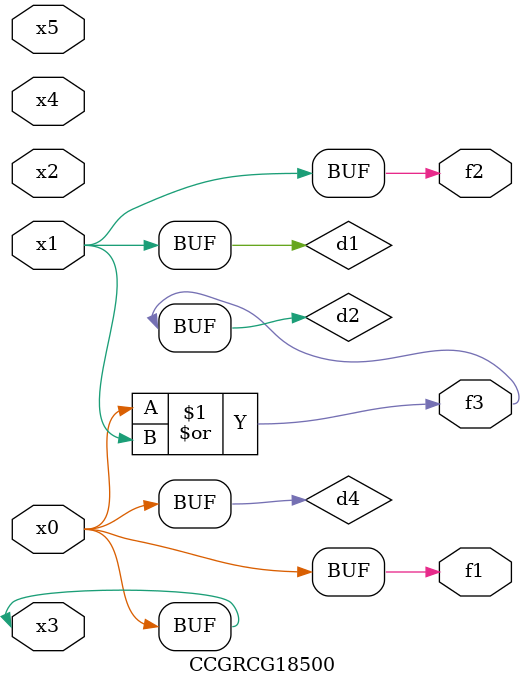
<source format=v>
module CCGRCG18500(
	input x0, x1, x2, x3, x4, x5,
	output f1, f2, f3
);

	wire d1, d2, d3, d4;

	and (d1, x1);
	or (d2, x0, x1);
	nand (d3, x0, x5);
	buf (d4, x0, x3);
	assign f1 = d4;
	assign f2 = d1;
	assign f3 = d2;
endmodule

</source>
